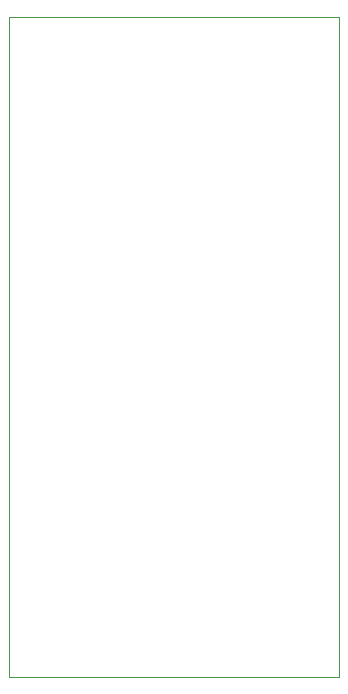
<source format=gbr>
%TF.GenerationSoftware,KiCad,Pcbnew,(5.1.6-0)*%
%TF.CreationDate,2021-10-14T13:54:28-06:00*%
%TF.ProjectId,ESP32-S2-Mini,45535033-322d-4533-922d-4d696e692e6b,rev?*%
%TF.SameCoordinates,Original*%
%TF.FileFunction,Profile,NP*%
%FSLAX46Y46*%
G04 Gerber Fmt 4.6, Leading zero omitted, Abs format (unit mm)*
G04 Created by KiCad (PCBNEW (5.1.6-0)) date 2021-10-14 13:54:28*
%MOMM*%
%LPD*%
G01*
G04 APERTURE LIST*
%TA.AperFunction,Profile*%
%ADD10C,0.100000*%
%TD*%
G04 APERTURE END LIST*
D10*
X213360000Y-68580000D02*
X213360000Y-124460000D01*
X185420000Y-68580000D02*
X213360000Y-68580000D01*
X185420000Y-124460000D02*
X185420000Y-68580000D01*
X213360000Y-124460000D02*
X185420000Y-124460000D01*
M02*

</source>
